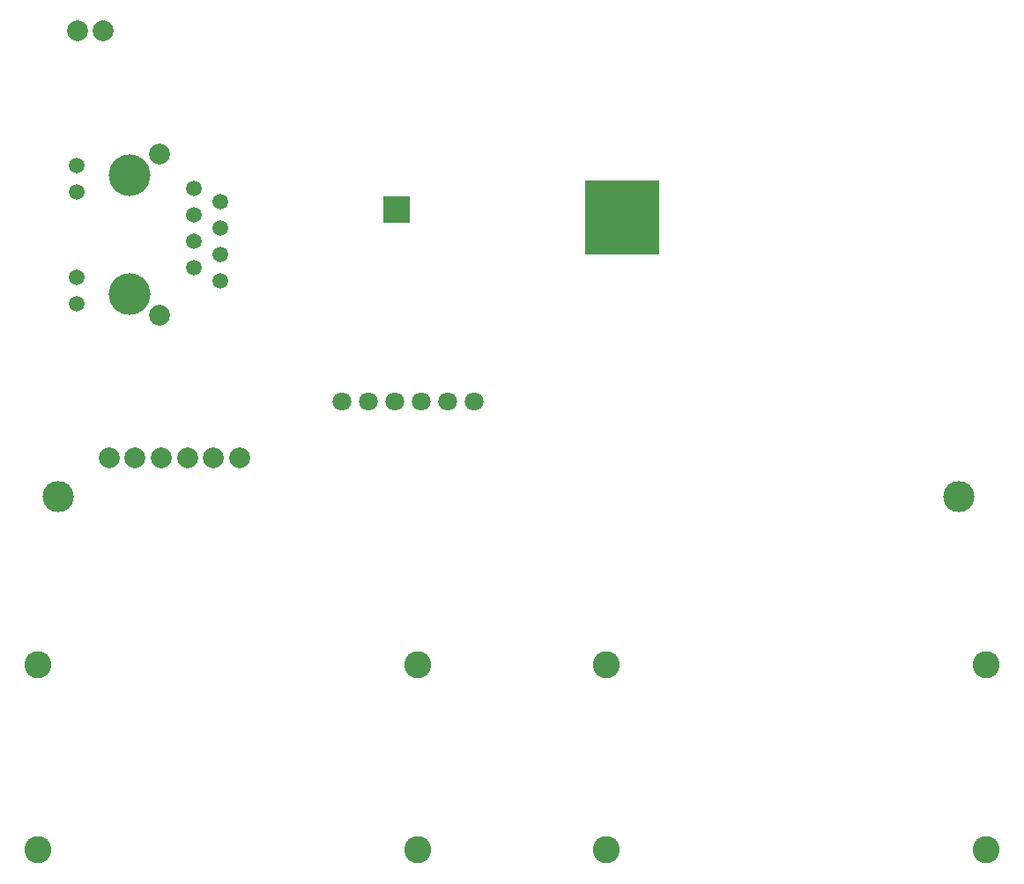
<source format=gbs>
G04 #@! TF.FileFunction,Soldermask,Bot*
%FSLAX46Y46*%
G04 Gerber Fmt 4.6, Leading zero omitted, Abs format (unit mm)*
G04 Created by KiCad (PCBNEW (2015-08-20 BZR 6109)-product) date Sat 26 Dec 2015 10:38:34 PM PST*
%MOMM*%
G01*
G04 APERTURE LIST*
%ADD10C,0.150000*%
%ADD11C,3.000000*%
%ADD12C,1.800000*%
%ADD13C,2.000000*%
%ADD14R,2.499360X2.499360*%
%ADD15R,7.150000X7.150000*%
%ADD16C,2.600000*%
%ADD17C,1.500000*%
%ADD18C,4.000000*%
G04 APERTURE END LIST*
D10*
D11*
X26500000Y-73300000D03*
X113000000Y-73300000D03*
D12*
X63889680Y-64200000D03*
X66429680Y-64200000D03*
X53750000Y-64200000D03*
X56290000Y-64200000D03*
X61359840Y-64200000D03*
X58819840Y-64200000D03*
D13*
X28325000Y-28550000D03*
X30825000Y-28550000D03*
X38900000Y-69600000D03*
X36400000Y-69600000D03*
X43900000Y-69600000D03*
X41400000Y-69600000D03*
X31400000Y-69600000D03*
X33900000Y-69600000D03*
D14*
X59010000Y-45730000D03*
D15*
X80660000Y-46490000D03*
D16*
X24550000Y-89450000D03*
X61050000Y-89450000D03*
X24550000Y-107230000D03*
X61050000Y-107230000D03*
X79160000Y-89450000D03*
X115660000Y-89450000D03*
X79160000Y-107230000D03*
X115660000Y-107230000D03*
D17*
X28300000Y-41475000D03*
X28300000Y-44015000D03*
X28300000Y-52185000D03*
X28300000Y-54725000D03*
X39550000Y-43660000D03*
X39550000Y-48730000D03*
X39550000Y-46200000D03*
X39550000Y-51270000D03*
X42090000Y-44920000D03*
X42090000Y-50000000D03*
X42090000Y-47460000D03*
D18*
X33332080Y-53815000D03*
X33332080Y-42385000D03*
D13*
X36250000Y-40355000D03*
X36250000Y-55845000D03*
D17*
X42090000Y-52540000D03*
M02*

</source>
